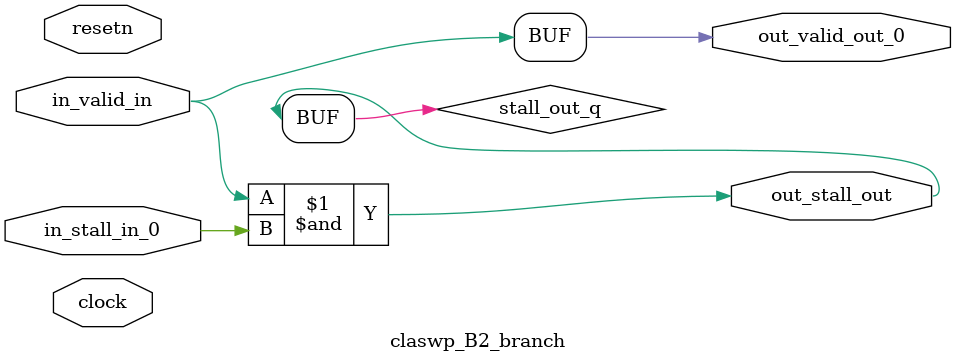
<source format=sv>



(* altera_attribute = "-name AUTO_SHIFT_REGISTER_RECOGNITION OFF; -name MESSAGE_DISABLE 10036; -name MESSAGE_DISABLE 10037; -name MESSAGE_DISABLE 14130; -name MESSAGE_DISABLE 14320; -name MESSAGE_DISABLE 15400; -name MESSAGE_DISABLE 14130; -name MESSAGE_DISABLE 10036; -name MESSAGE_DISABLE 12020; -name MESSAGE_DISABLE 12030; -name MESSAGE_DISABLE 12010; -name MESSAGE_DISABLE 12110; -name MESSAGE_DISABLE 14320; -name MESSAGE_DISABLE 13410; -name MESSAGE_DISABLE 113007; -name MESSAGE_DISABLE 10958" *)
module claswp_B2_branch (
    input wire [0:0] in_stall_in_0,
    input wire [0:0] in_valid_in,
    output wire [0:0] out_stall_out,
    output wire [0:0] out_valid_out_0,
    input wire clock,
    input wire resetn
    );

    wire [0:0] stall_out_q;


    // stall_out(LOGICAL,6)
    assign stall_out_q = in_valid_in & in_stall_in_0;

    // out_stall_out(GPOUT,4)
    assign out_stall_out = stall_out_q;

    // out_valid_out_0(GPOUT,5)
    assign out_valid_out_0 = in_valid_in;

endmodule

</source>
